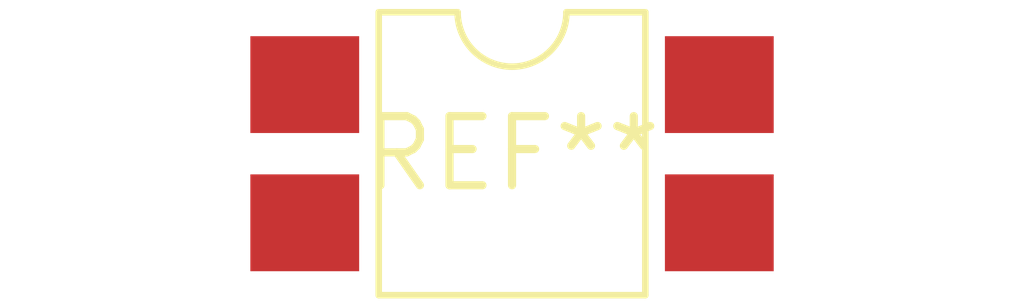
<source format=kicad_pcb>
(kicad_pcb (version 20240108) (generator pcbnew)
  (layers (0 "F.Cu" signal) (31 "B.Cu" signal) (34 "B.Paste" user) (35 "F.Paste" user) (36 "B.SilkS" user "B.Silkscreen") (37 "F.SilkS" user "F.Silkscreen") (38 "B.Mask" user) (39 "F.Mask" user) (44 "Edge.Cuts" user))
  (net 0 "")
  (footprint "SMDIP-4_W7.62mm" (layer "F.Cu") (at 0 0)
    (property "Reference" "REF**")
    (property "Value" "SMDIP-4_W7.62mm")
    (fp_line (start -2.45 -2.6) (end -2.45 2.6) (layer "F.SilkS") (stroke (width 0.12)))
    (fp_line (start -2.45 2.6) (end 2.45 2.6) (layer "F.SilkS") (stroke (width 0.12)))
    (fp_line (start -1 -2.6) (end -2.45 -2.6) (layer "F.SilkS") (stroke (width 0.12)))
    (fp_line (start 2.45 -2.6) (end 1 -2.6) (layer "F.SilkS") (stroke (width 0.12)))
    (fp_line (start 2.45 2.6) (end 2.45 -2.6) (layer "F.SilkS") (stroke (width 0.12)))
    (fp_arc (start 1 -2.6) (mid 0 -1.6) (end -1 -2.6) (layer "F.SilkS") (stroke (width 0.12)))
    (pad "1" smd rect (at -3.81 -1.27) (size 2 1.78) (layers "F.Cu" "F.Paste" "F.Mask"))
    (pad "2" smd rect (at -3.81 1.27) (size 2 1.78) (layers "F.Cu" "F.Paste" "F.Mask"))
    (pad "3" smd rect (at 3.81 1.27) (size 2 1.78) (layers "F.Cu" "F.Paste" "F.Mask"))
    (pad "4" smd rect (at 3.81 -1.27) (size 2 1.78) (layers "F.Cu" "F.Paste" "F.Mask"))
  )
)
</source>
